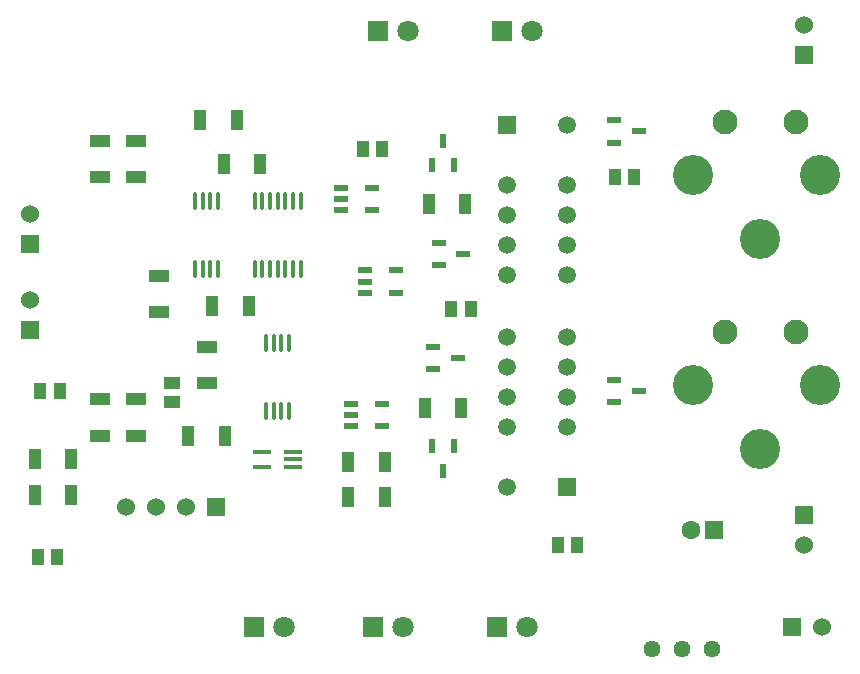
<source format=gbr>
%TF.GenerationSoftware,KiCad,Pcbnew,9.0.2*%
%TF.CreationDate,2025-06-17T10:19:04+02:00*%
%TF.ProjectId,AMS_IMD_Reset_v3,414d535f-494d-4445-9f52-657365745f76,rev?*%
%TF.SameCoordinates,Original*%
%TF.FileFunction,Soldermask,Top*%
%TF.FilePolarity,Negative*%
%FSLAX46Y46*%
G04 Gerber Fmt 4.6, Leading zero omitted, Abs format (unit mm)*
G04 Created by KiCad (PCBNEW 9.0.2) date 2025-06-17 10:19:04*
%MOMM*%
%LPD*%
G01*
G04 APERTURE LIST*
G04 Aperture macros list*
%AMRoundRect*
0 Rectangle with rounded corners*
0 $1 Rounding radius*
0 $2 $3 $4 $5 $6 $7 $8 $9 X,Y pos of 4 corners*
0 Add a 4 corners polygon primitive as box body*
4,1,4,$2,$3,$4,$5,$6,$7,$8,$9,$2,$3,0*
0 Add four circle primitives for the rounded corners*
1,1,$1+$1,$2,$3*
1,1,$1+$1,$4,$5*
1,1,$1+$1,$6,$7*
1,1,$1+$1,$8,$9*
0 Add four rect primitives between the rounded corners*
20,1,$1+$1,$2,$3,$4,$5,0*
20,1,$1+$1,$4,$5,$6,$7,0*
20,1,$1+$1,$6,$7,$8,$9,0*
20,1,$1+$1,$8,$9,$2,$3,0*%
G04 Aperture macros list end*
%ADD10R,1.050000X1.800000*%
%ADD11C,1.440000*%
%ADD12RoundRect,0.250000X0.550000X0.550000X-0.550000X0.550000X-0.550000X-0.550000X0.550000X-0.550000X0*%
%ADD13C,1.600000*%
%ADD14R,1.530000X1.530000*%
%ADD15C,1.530000*%
%ADD16R,1.500000X1.500000*%
%ADD17C,1.500000*%
%ADD18R,1.150000X0.600000*%
%ADD19R,0.600000X1.300000*%
%ADD20RoundRect,0.100000X0.100000X-0.637500X0.100000X0.637500X-0.100000X0.637500X-0.100000X-0.637500X0*%
%ADD21R,1.800000X1.800000*%
%ADD22C,1.800000*%
%ADD23R,1.300000X0.600000*%
%ADD24R,1.070000X1.470000*%
%ADD25R,1.800000X1.050000*%
%ADD26R,1.470000X1.070000*%
%ADD27C,2.100000*%
%ADD28C,3.400000*%
%ADD29RoundRect,0.100000X0.650000X0.100000X-0.650000X0.100000X-0.650000X-0.100000X0.650000X-0.100000X0*%
G04 APERTURE END LIST*
D10*
%TO.C,R3*%
X175910000Y-80000000D03*
X179010000Y-80000000D03*
%TD*%
D11*
%TO.C,U1*%
X214146240Y-124865597D03*
X216686240Y-124865597D03*
X219226240Y-124865597D03*
%TD*%
D12*
%TO.C,C1*%
X219454436Y-114729052D03*
D13*
X217454436Y-114729052D03*
%TD*%
D14*
%TO.C,J4*%
X161460000Y-97780000D03*
D15*
X161460000Y-95240000D03*
%TD*%
D16*
%TO.C,K2*%
X207000000Y-111080000D03*
D17*
X207000000Y-106000000D03*
X207000000Y-103460000D03*
X207000000Y-100920000D03*
X207000000Y-98380000D03*
X201920000Y-98380000D03*
X201920000Y-100920000D03*
X201920000Y-103460000D03*
X201920000Y-106000000D03*
X201920000Y-111080000D03*
%TD*%
D18*
%TO.C,G2*%
X187860000Y-85780000D03*
X187860000Y-86730000D03*
X187860000Y-87680000D03*
X190460000Y-87680000D03*
X190460000Y-85780000D03*
%TD*%
D14*
%TO.C,J3*%
X227000000Y-74540000D03*
D15*
X227000000Y-72000000D03*
%TD*%
D10*
%TO.C,R1*%
X188450000Y-109000000D03*
X191550000Y-109000000D03*
%TD*%
D19*
%TO.C,Q1*%
X197410000Y-107680000D03*
X195510000Y-107680000D03*
X196460000Y-109780000D03*
%TD*%
D20*
%TO.C,DU1*%
X175460000Y-92642500D03*
X176110000Y-92642500D03*
X176760000Y-92642500D03*
X177410000Y-92642500D03*
X177410000Y-86917500D03*
X176760000Y-86917500D03*
X176110000Y-86917500D03*
X175460000Y-86917500D03*
%TD*%
D21*
%TO.C,D5*%
X201000000Y-123000000D03*
D22*
X203540000Y-123000000D03*
%TD*%
D21*
%TO.C,D2*%
X191000000Y-72500000D03*
D22*
X193540000Y-72500000D03*
%TD*%
D18*
%TO.C,G3*%
X189860000Y-92780000D03*
X189860000Y-93730000D03*
X189860000Y-94680000D03*
X192460000Y-94680000D03*
X192460000Y-92780000D03*
%TD*%
D10*
%TO.C,R12*%
X195254300Y-87163600D03*
X198354300Y-87163600D03*
%TD*%
%TO.C,R17*%
X161910000Y-111780000D03*
X165010000Y-111780000D03*
%TD*%
D23*
%TO.C,Q5*%
X210950000Y-102050000D03*
X210950000Y-103950000D03*
X213050000Y-103000000D03*
%TD*%
D10*
%TO.C,R16*%
X165010000Y-108780000D03*
X161910000Y-108780000D03*
%TD*%
D20*
%TO.C,DU2*%
X181485000Y-104642500D03*
X182135000Y-104642500D03*
X182785000Y-104642500D03*
X183435000Y-104642500D03*
X183435000Y-98917500D03*
X182785000Y-98917500D03*
X182135000Y-98917500D03*
X181485000Y-98917500D03*
%TD*%
D16*
%TO.C,K4*%
X201920000Y-80480000D03*
D17*
X201920000Y-85560000D03*
X201920000Y-88100000D03*
X201920000Y-90640000D03*
X201920000Y-93180000D03*
X207000000Y-93180000D03*
X207000000Y-90640000D03*
X207000000Y-88100000D03*
X207000000Y-85560000D03*
X207000000Y-80480000D03*
%TD*%
D24*
%TO.C,C6*%
X189680000Y-82500000D03*
X191320000Y-82500000D03*
%TD*%
D21*
%TO.C,D1*%
X180500000Y-123000000D03*
D22*
X183040000Y-123000000D03*
%TD*%
D23*
%TO.C,Q4*%
X196098200Y-90433800D03*
X196098200Y-92333800D03*
X198198200Y-91383800D03*
%TD*%
D14*
%TO.C,J5*%
X161460000Y-90570000D03*
D15*
X161460000Y-88030000D03*
%TD*%
D19*
%TO.C,Q3*%
X195510000Y-83880000D03*
X197410000Y-83880000D03*
X196460000Y-81780000D03*
%TD*%
D25*
%TO.C,R4*%
X176460000Y-99230000D03*
X176460000Y-102330000D03*
%TD*%
D21*
%TO.C,D4*%
X190500000Y-123000000D03*
D22*
X193040000Y-123000000D03*
%TD*%
D25*
%TO.C,R2*%
X172460000Y-93230000D03*
X172460000Y-96330000D03*
%TD*%
D10*
%TO.C,R6*%
X176910000Y-95780000D03*
X180010000Y-95780000D03*
%TD*%
D14*
%TO.C,J1*%
X226000000Y-123000000D03*
D15*
X228540000Y-123000000D03*
%TD*%
D24*
%TO.C,C7*%
X211016000Y-84836000D03*
X212656000Y-84836000D03*
%TD*%
D26*
%TO.C,C8*%
X173482000Y-102304000D03*
X173482000Y-103944000D03*
%TD*%
D10*
%TO.C,R18*%
X188450000Y-112000000D03*
X191550000Y-112000000D03*
%TD*%
D24*
%TO.C,C4*%
X162360000Y-103000000D03*
X164000000Y-103000000D03*
%TD*%
D14*
%TO.C,J7*%
X177270000Y-112780000D03*
D15*
X174730000Y-112780000D03*
X172190000Y-112780000D03*
X169650000Y-112780000D03*
%TD*%
D25*
%TO.C,R9*%
X170460000Y-103680000D03*
X170460000Y-106780000D03*
%TD*%
%TO.C,R8*%
X167460000Y-81780000D03*
X167460000Y-84880000D03*
%TD*%
D10*
%TO.C,R15*%
X178010000Y-106780000D03*
X174910000Y-106780000D03*
%TD*%
D23*
%TO.C,Q2*%
X195621800Y-99226200D03*
X195621800Y-101126200D03*
X197721800Y-100176200D03*
%TD*%
D10*
%TO.C,R11*%
X194910000Y-104396400D03*
X198010000Y-104396400D03*
%TD*%
D24*
%TO.C,C5*%
X197180000Y-96000000D03*
X198820000Y-96000000D03*
%TD*%
D20*
%TO.C,QU1*%
X180510000Y-92642500D03*
X181160000Y-92642500D03*
X181810000Y-92642500D03*
X182460000Y-92642500D03*
X183110000Y-92642500D03*
X183760000Y-92642500D03*
X184410000Y-92642500D03*
X184410000Y-86917500D03*
X183760000Y-86917500D03*
X183110000Y-86917500D03*
X182460000Y-86917500D03*
X181810000Y-86917500D03*
X181160000Y-86917500D03*
X180510000Y-86917500D03*
%TD*%
D27*
%TO.C,K3*%
X220349500Y-80191500D03*
D28*
X217649500Y-84691500D03*
X223349500Y-90091500D03*
X228349500Y-84691500D03*
D27*
X226349500Y-80191500D03*
%TD*%
%TO.C,K1*%
X220349500Y-98008500D03*
D28*
X217649500Y-102508500D03*
X223349500Y-107908500D03*
X228349500Y-102508500D03*
D27*
X226349500Y-98008500D03*
%TD*%
D21*
%TO.C,D3*%
X201500000Y-72500000D03*
D22*
X204040000Y-72500000D03*
%TD*%
D24*
%TO.C,C3*%
X207820000Y-116000000D03*
X206180000Y-116000000D03*
%TD*%
D23*
%TO.C,Q6*%
X210950000Y-80050000D03*
X210950000Y-81950000D03*
X213050000Y-81000000D03*
%TD*%
D25*
%TO.C,R7*%
X167460000Y-103680000D03*
X167460000Y-106780000D03*
%TD*%
D24*
%TO.C,C2*%
X163820000Y-117000000D03*
X162180000Y-117000000D03*
%TD*%
D18*
%TO.C,G1*%
X188700000Y-104050000D03*
X188700000Y-105000000D03*
X188700000Y-105950000D03*
X191300000Y-105950000D03*
X191300000Y-104050000D03*
%TD*%
D10*
%TO.C,R5*%
X181010000Y-83780000D03*
X177910000Y-83780000D03*
%TD*%
D25*
%TO.C,R10*%
X170460000Y-81780000D03*
X170460000Y-84880000D03*
%TD*%
D29*
%TO.C,U2*%
X183790000Y-109430000D03*
X183790000Y-108780000D03*
X183790000Y-108130000D03*
X181130000Y-108130000D03*
X181130000Y-109430000D03*
%TD*%
D14*
%TO.C,J2*%
X227000000Y-113460000D03*
D15*
X227000000Y-116000000D03*
%TD*%
M02*

</source>
